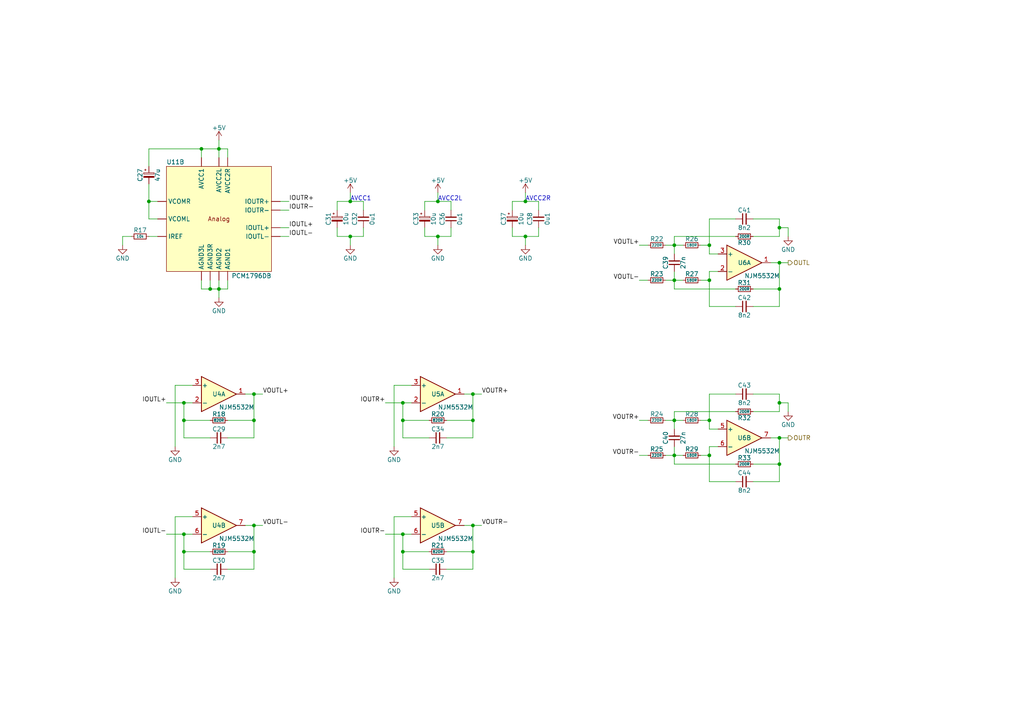
<source format=kicad_sch>
(kicad_sch (version 20211123) (generator eeschema)
  (paper "A4")
  (title_block (title "Headphone Amplifier + 24-bit -120dBm DAC") (rev "R2") (company "Rachel Mant") (comment 2 "Diff to Single Ended Converter") (comment 3 "I/V Converter") (comment 4 "DAC (Analog Part)"))
  (lib_symbols
    (symbol "Amplifier_Operational:NJM5532" (pin_names (offset 0.127))
      (property "Reference" "U" (at 0 5.08 0))
      (property "Value" "NJM5532" (at 0 -5.08 0))
      (symbol "NJM5532_1_1"
        (polyline (pts (xy -5.08 5.08) (xy 5.08 0) (xy -5.08 -5.08) (xy -5.08 5.08)) (stroke (width 0.254)) (fill (type background)))
        (pin output line (at 7.62 0 180) (length 2.54) (name "~") (number "1"))
        (pin input line (at -7.62 -2.54 0) (length 2.54) (name "-") (number "2"))
        (pin input line (at -7.62 2.54 0) (length 2.54) (name "+") (number "3"))
      )
      (symbol "NJM5532_2_1"
        (polyline (pts (xy -5.08 5.08) (xy 5.08 0) (xy -5.08 -5.08) (xy -5.08 5.08)) (stroke (width 0.254)) (fill (type background)))
        (pin input line (at -7.62 2.54 0) (length 2.54) (name "+") (number "5"))
        (pin input line (at -7.62 -2.54 0) (length 2.54) (name "-") (number "6"))
        (pin output line (at 7.62 0 180) (length 2.54) (name "~") (number "7"))
      )
      (symbol "NJM5532_3_1"
        (pin power_in line (at -2.54 -7.62 90) (length 3.81) (name "V-") (number "4"))
        (pin power_in line (at -2.54 7.62 270) (length 3.81) (name "V+") (number "8"))
      )
    )
    (symbol "DX-MON:PCM1796DB" (pin_numbers hide)
      (property "Reference" "U" (at -15.24 16.51 0))
      (property "Value" "PCM1796DB" (at 15.24 -16.51 0))
      (symbol "PCM1796DB_1_0"
        (rectangle (start -15.24 15.24) (end 15.24 -15.24) (stroke (width 0.1524)) (fill (type background)))
        (text "Digital" (at 0 0 0) (effects (font (size 1.27 1.27))))
      )
      (symbol "PCM1796DB_1_1"
        (pin bidirectional line (at -17.78 12.7 0) (length 2.54) (name "ZEROL") (number "1"))
        (pin bidirectional line (at 17.78 7.62 180) (length 2.54) (name "~{MS}") (number "10"))
        (pin input line (at 17.78 0 180) (length 2.54) (name "MDI") (number "11"))
        (pin input clock (at 17.78 2.54 180) (length 2.54) (name "MCLK") (number "12"))
        (pin output line (at 17.78 -2.54 180) (length 2.54) (name "MDO") (number "13"))
        (pin input inverted (at -17.78 -12.7 0) (length 2.54) (name "~{RST}") (number "14"))
        (pin bidirectional line (at -17.78 10.16 0) (length 2.54) (name "ZEROR") (number "2"))
        (pin input line (at -17.78 -10.16 0) (length 2.54) (name "MSEL") (number "3"))
        (pin input clock (at -17.78 -2.54 0) (length 2.54) (name "LRCLK") (number "4"))
        (pin input line (at -17.78 -5.08 0) (length 2.54) (name "DATA") (number "5"))
        (pin input clock (at -17.78 0 0) (length 2.54) (name "BCLK") (number "6"))
        (pin input clock (at -17.78 5.08 0) (length 2.54) (name "SCLK") (number "7"))
        (pin power_in line (at 0 -17.78 90) (length 2.54) (name "DGND") (number "8"))
        (pin power_in line (at 0 17.78 270) (length 2.54) (name "VDD") (number "9"))
      )
      (symbol "PCM1796DB_2_0"
        (rectangle (start -15.24 15.24) (end 15.24 -15.24) (stroke (width 0.1524)) (fill (type background)))
        (text "Analog" (at 0 0 0) (effects (font (size 1.27 1.27))))
      )
      (symbol "PCM1796DB_2_1"
        (pin power_in line (at 2.54 17.78 270) (length 2.54) (name "AVCC2R") (number "15"))
        (pin power_in line (at -2.54 -17.78 90) (length 2.54) (name "AGND3R") (number "16"))
        (pin output line (at 17.78 5.08 180) (length 2.54) (name "IOUTR+") (number "17"))
        (pin output line (at 17.78 2.54 180) (length 2.54) (name "IOUTR-") (number "18"))
        (pin power_in line (at 2.54 -17.78 90) (length 2.54) (name "AGND1") (number "19"))
        (pin input line (at -17.78 -5.08 0) (length 2.54) (name "IREF") (number "20"))
        (pin input line (at -17.78 5.08 0) (length 2.54) (name "VCOMR") (number "21"))
        (pin input line (at -17.78 0 0) (length 2.54) (name "VCOML") (number "22"))
        (pin power_in line (at -5.08 17.78 270) (length 2.54) (name "AVCC1") (number "23"))
        (pin power_in line (at 0 -17.78 90) (length 2.54) (name "AGND2") (number "24"))
        (pin output line (at 17.78 -2.54 180) (length 2.54) (name "IOUTL+") (number "25"))
        (pin output line (at 17.78 -5.08 180) (length 2.54) (name "IOUTL-") (number "26"))
        (pin power_in line (at -5.08 -17.78 90) (length 2.54) (name "AGND3L") (number "27"))
        (pin power_in line (at 0 17.78 270) (length 2.54) (name "AVCC2L") (number "28"))
      )
    )
    (symbol "Device:C_Polarized_Small" (pin_numbers hide) (pin_names (offset 0.254) hide)
      (property "Reference" "C" (at 0.254 1.778 0))
      (property "Value" "C_Polarized_Small" (at 0.254 -2.032 0))
      (symbol "C_Polarized_Small_0_1"
        (rectangle (start -1.524 -0.3048) (end 1.524 -0.6858) (fill (type outline)))
        (rectangle (start -1.524 0.6858) (end 1.524 0.3048))
        (polyline (pts (xy -1.27 1.524) (xy -0.762 1.524)))
        (polyline (pts (xy -1.016 1.27) (xy -1.016 1.778)))
      )
      (symbol "C_Polarized_Small_1_1"
        (pin passive line (at 0 2.54 270) (length 1.8542) (name "~") (number "1"))
        (pin passive line (at 0 -2.54 90) (length 1.8542) (name "~") (number "2"))
      )
    )
    (symbol "Device:C_Small" (pin_numbers hide) (pin_names (offset 0.254) hide)
      (property "Reference" "C" (at 0.254 1.778 0))
      (property "Value" "C_Small" (at 0.254 -2.032 0))
      (symbol "C_Small_0_1"
        (polyline (pts (xy -1.524 -0.508) (xy 1.524 -0.508)) (stroke (width 0.3302)))
        (polyline (pts (xy -1.524 0.508) (xy 1.524 0.508)) (stroke (width 0.3048)))
      )
      (symbol "C_Small_1_1"
        (pin passive line (at 0 2.54 270) (length 2.032) (name "~") (number "1"))
        (pin passive line (at 0 -2.54 90) (length 2.032) (name "~") (number "2"))
      )
    )
    (symbol "Device:R_Small" (pin_numbers hide) (pin_names (offset 0.254) hide)
      (property "Reference" "R" (at 0.762 0.508 0))
      (property "Value" "R_Small" (at 0.762 -1.016 0))
      (symbol "R_Small_0_1"
        (rectangle (start -0.762 1.778) (end 0.762 -1.778) (stroke (width 0.2032)))
      )
      (symbol "R_Small_1_1"
        (pin passive line (at 0 2.54 270) (length 0.762) (name "~") (number "1"))
        (pin passive line (at 0 -2.54 90) (length 0.762) (name "~") (number "2"))
      )
    )
    (symbol "power:+5V" (power) (pin_names (offset 0))
      (property "Value" "+5V" (at 0 3.556 0))
      (symbol "+5V_0_1"
        (polyline (pts (xy -0.762 1.27) (xy 0 2.54)))
        (polyline (pts (xy 0 0) (xy 0 2.54)))
        (polyline (pts (xy 0 2.54) (xy 0.762 1.27)))
      )
      (symbol "+5V_1_1"
        (pin power_in line (at 0 0 90) (length 0) hide (name "+5V") (number "1"))
      )
    )
    (symbol "power:GND" (power) (pin_names (offset 0))
      (property "Value" "GND" (at 0 -3.81 0))
      (symbol "GND_0_1"
        (polyline (pts (xy 0 0) (xy 0 -1.27) (xy 1.27 -1.27) (xy 0 -2.54) (xy -1.27 -1.27) (xy 0 -1.27)))
      )
      (symbol "GND_1_1"
        (pin power_in line (at 0 0 270) (length 0) hide (name "GND") (number "1"))
      )
    )
  )
  (junction (at 73.66 160.02))
  (junction (at 226.06 76.2))
  (junction (at 127 68.58))
  (junction (at 53.34 121.92))
  (junction (at 101.6 68.58))
  (junction (at 195.58 71.12))
  (junction (at 205.74 121.92))
  (junction (at 137.16 114.3))
  (junction (at 137.16 121.92))
  (junction (at 195.58 132.08))
  (junction (at 127 58.42))
  (junction (at 137.16 152.4))
  (junction (at 63.5 43.18))
  (junction (at 152.4 58.42))
  (junction (at 53.34 116.84))
  (junction (at 152.4 68.58))
  (junction (at 53.34 154.94))
  (junction (at 116.84 116.84))
  (junction (at 226.06 116.84))
  (junction (at 205.74 81.28))
  (junction (at 60.96 83.82))
  (junction (at 205.74 132.08))
  (junction (at 226.06 134.62))
  (junction (at 101.6 58.42))
  (junction (at 226.06 127))
  (junction (at 116.84 160.02))
  (junction (at 116.84 121.92))
  (junction (at 205.74 71.12))
  (junction (at 53.34 160.02))
  (junction (at 226.06 83.82))
  (junction (at 63.5 83.82))
  (junction (at 58.42 43.18))
  (junction (at 137.16 160.02))
  (junction (at 195.58 81.28))
  (junction (at 73.66 152.4))
  (junction (at 116.84 154.94))
  (junction (at 195.58 121.92))
  (junction (at 73.66 121.92))
  (junction (at 43.18 58.42))
  (junction (at 226.06 66.04))
  (junction (at 73.66 114.3))
  (wire (pts (xy 66.04 43.18) (xy 66.04 45.72)))
  (wire (pts (xy 208.28 78.74) (xy 205.74 78.74)))
  (wire (pts (xy 101.6 55.88) (xy 101.6 58.42)))
  (wire (pts (xy 119.38 154.94) (xy 116.84 154.94)))
  (wire (pts (xy 193.04 81.28) (xy 195.58 81.28)))
  (wire (pts (xy 43.18 58.42) (xy 43.18 63.5)))
  (wire (pts (xy 205.74 129.54) (xy 205.74 132.08)))
  (wire (pts (xy 66.04 43.18) (xy 63.5 43.18)))
  (wire (pts (xy 83.82 60.96) (xy 81.28 60.96)))
  (wire (pts (xy 43.18 58.42) (xy 43.18 53.34)))
  (wire (pts (xy 66.04 160.02) (xy 73.66 160.02)))
  (wire (pts (xy 66.04 165.1) (xy 73.66 165.1)))
  (wire (pts (xy 114.3 167.64) (xy 114.3 149.86)))
  (wire (pts (xy 213.36 68.58) (xy 195.58 68.58)))
  (wire (pts (xy 116.84 127) (xy 116.84 121.92)))
  (wire (pts (xy 185.42 81.28) (xy 187.96 81.28)))
  (wire (pts (xy 130.81 60.96) (xy 130.81 58.42)))
  (wire (pts (xy 60.96 81.28) (xy 60.96 83.82)))
  (wire (pts (xy 105.41 60.96) (xy 105.41 58.42)))
  (wire (pts (xy 193.04 132.08) (xy 195.58 132.08)))
  (wire (pts (xy 73.66 127) (xy 73.66 121.92)))
  (wire (pts (xy 226.06 119.38) (xy 218.44 119.38)))
  (wire (pts (xy 195.58 119.38) (xy 195.58 121.92)))
  (wire (pts (xy 60.96 165.1) (xy 53.34 165.1)))
  (wire (pts (xy 226.06 127) (xy 228.6 127)))
  (wire (pts (xy 76.2 114.3) (xy 73.66 114.3)))
  (wire (pts (xy 205.74 81.28) (xy 205.74 88.9)))
  (wire (pts (xy 53.34 116.84) (xy 53.34 121.92)))
  (wire (pts (xy 205.74 63.5) (xy 205.74 71.12)))
  (wire (pts (xy 226.06 116.84) (xy 226.06 119.38)))
  (wire (pts (xy 152.4 55.88) (xy 152.4 58.42)))
  (wire (pts (xy 124.46 127) (xy 116.84 127)))
  (wire (pts (xy 53.34 154.94) (xy 53.34 160.02)))
  (wire (pts (xy 53.34 127) (xy 53.34 121.92)))
  (wire (pts (xy 123.19 58.42) (xy 127 58.42)))
  (wire (pts (xy 66.04 121.92) (xy 73.66 121.92)))
  (wire (pts (xy 137.16 114.3) (xy 134.62 114.3)))
  (wire (pts (xy 53.34 160.02) (xy 60.96 160.02)))
  (wire (pts (xy 58.42 83.82) (xy 60.96 83.82)))
  (wire (pts (xy 58.42 81.28) (xy 58.42 83.82)))
  (wire (pts (xy 205.74 124.46) (xy 208.28 124.46)))
  (wire (pts (xy 223.52 76.2) (xy 226.06 76.2)))
  (wire (pts (xy 123.19 68.58) (xy 127 68.58)))
  (wire (pts (xy 58.42 45.72) (xy 58.42 43.18)))
  (wire (pts (xy 111.76 116.84) (xy 116.84 116.84)))
  (wire (pts (xy 116.84 165.1) (xy 116.84 160.02)))
  (wire (pts (xy 218.44 114.3) (xy 226.06 114.3)))
  (wire (pts (xy 226.06 76.2) (xy 226.06 83.82)))
  (wire (pts (xy 205.74 132.08) (xy 205.74 139.7)))
  (wire (pts (xy 116.84 154.94) (xy 116.84 160.02)))
  (wire (pts (xy 205.74 114.3) (xy 205.74 121.92)))
  (wire (pts (xy 213.36 114.3) (xy 205.74 114.3)))
  (wire (pts (xy 105.41 68.58) (xy 105.41 66.04)))
  (wire (pts (xy 101.6 68.58) (xy 105.41 68.58)))
  (wire (pts (xy 127 58.42) (xy 130.81 58.42)))
  (wire (pts (xy 198.12 81.28) (xy 195.58 81.28)))
  (wire (pts (xy 185.42 121.92) (xy 187.96 121.92)))
  (wire (pts (xy 152.4 71.12) (xy 152.4 68.58)))
  (wire (pts (xy 152.4 68.58) (xy 156.21 68.58)))
  (wire (pts (xy 97.79 58.42) (xy 101.6 58.42)))
  (wire (pts (xy 101.6 71.12) (xy 101.6 68.58)))
  (wire (pts (xy 35.56 71.12) (xy 35.56 68.58)))
  (wire (pts (xy 193.04 121.92) (xy 195.58 121.92)))
  (wire (pts (xy 63.5 43.18) (xy 63.5 40.64)))
  (wire (pts (xy 119.38 149.86) (xy 114.3 149.86)))
  (wire (pts (xy 63.5 43.18) (xy 58.42 43.18)))
  (wire (pts (xy 129.54 127) (xy 137.16 127)))
  (wire (pts (xy 48.26 116.84) (xy 53.34 116.84)))
  (wire (pts (xy 116.84 121.92) (xy 124.46 121.92)))
  (wire (pts (xy 228.6 68.58) (xy 228.6 66.04)))
  (wire (pts (xy 73.66 152.4) (xy 71.12 152.4)))
  (wire (pts (xy 55.88 116.84) (xy 53.34 116.84)))
  (wire (pts (xy 205.74 132.08) (xy 203.2 132.08)))
  (wire (pts (xy 50.8 167.64) (xy 50.8 149.86)))
  (wire (pts (xy 119.38 116.84) (xy 116.84 116.84)))
  (wire (pts (xy 226.06 88.9) (xy 226.06 83.82)))
  (wire (pts (xy 193.04 71.12) (xy 195.58 71.12)))
  (wire (pts (xy 139.7 114.3) (xy 137.16 114.3)))
  (wire (pts (xy 35.56 68.58) (xy 38.1 68.58)))
  (wire (pts (xy 152.4 58.42) (xy 156.21 58.42)))
  (wire (pts (xy 129.54 165.1) (xy 137.16 165.1)))
  (wire (pts (xy 226.06 127) (xy 226.06 134.62)))
  (wire (pts (xy 205.74 73.66) (xy 208.28 73.66)))
  (wire (pts (xy 226.06 66.04) (xy 226.06 68.58)))
  (wire (pts (xy 66.04 127) (xy 73.66 127)))
  (wire (pts (xy 195.58 68.58) (xy 195.58 71.12)))
  (wire (pts (xy 185.42 132.08) (xy 187.96 132.08)))
  (wire (pts (xy 218.44 63.5) (xy 226.06 63.5)))
  (wire (pts (xy 213.36 88.9) (xy 205.74 88.9)))
  (wire (pts (xy 123.19 58.42) (xy 123.19 60.96)))
  (wire (pts (xy 63.5 81.28) (xy 63.5 83.82)))
  (wire (pts (xy 97.79 68.58) (xy 101.6 68.58)))
  (wire (pts (xy 195.58 132.08) (xy 195.58 129.54)))
  (wire (pts (xy 73.66 121.92) (xy 73.66 114.3)))
  (wire (pts (xy 101.6 58.42) (xy 105.41 58.42)))
  (wire (pts (xy 185.42 71.12) (xy 187.96 71.12)))
  (wire (pts (xy 228.6 66.04) (xy 226.06 66.04)))
  (wire (pts (xy 226.06 114.3) (xy 226.06 116.84)))
  (wire (pts (xy 223.52 127) (xy 226.06 127)))
  (wire (pts (xy 226.06 134.62) (xy 218.44 134.62)))
  (wire (pts (xy 203.2 71.12) (xy 205.74 71.12)))
  (wire (pts (xy 198.12 132.08) (xy 195.58 132.08)))
  (wire (pts (xy 63.5 45.72) (xy 63.5 43.18)))
  (wire (pts (xy 148.59 58.42) (xy 148.59 60.96)))
  (wire (pts (xy 226.06 63.5) (xy 226.06 66.04)))
  (wire (pts (xy 205.74 78.74) (xy 205.74 81.28)))
  (wire (pts (xy 73.66 114.3) (xy 71.12 114.3)))
  (wire (pts (xy 66.04 81.28) (xy 66.04 83.82)))
  (wire (pts (xy 137.16 121.92) (xy 137.16 114.3)))
  (wire (pts (xy 73.66 160.02) (xy 73.66 152.4)))
  (wire (pts (xy 213.36 134.62) (xy 195.58 134.62)))
  (wire (pts (xy 148.59 58.42) (xy 152.4 58.42)))
  (wire (pts (xy 228.6 116.84) (xy 226.06 116.84)))
  (wire (pts (xy 148.59 66.04) (xy 148.59 68.58)))
  (wire (pts (xy 226.06 139.7) (xy 226.06 134.62)))
  (wire (pts (xy 43.18 68.58) (xy 45.72 68.58)))
  (wire (pts (xy 43.18 58.42) (xy 45.72 58.42)))
  (wire (pts (xy 60.96 83.82) (xy 63.5 83.82)))
  (wire (pts (xy 127 55.88) (xy 127 58.42)))
  (wire (pts (xy 50.8 149.86) (xy 55.88 149.86)))
  (wire (pts (xy 213.36 83.82) (xy 195.58 83.82)))
  (wire (pts (xy 116.84 160.02) (xy 124.46 160.02)))
  (wire (pts (xy 43.18 43.18) (xy 58.42 43.18)))
  (wire (pts (xy 97.79 58.42) (xy 97.79 60.96)))
  (wire (pts (xy 137.16 127) (xy 137.16 121.92)))
  (wire (pts (xy 81.28 58.42) (xy 83.82 58.42)))
  (wire (pts (xy 226.06 68.58) (xy 218.44 68.58)))
  (wire (pts (xy 208.28 129.54) (xy 205.74 129.54)))
  (wire (pts (xy 213.36 139.7) (xy 205.74 139.7)))
  (wire (pts (xy 195.58 121.92) (xy 195.58 124.46)))
  (wire (pts (xy 111.76 154.94) (xy 116.84 154.94)))
  (wire (pts (xy 148.59 68.58) (xy 152.4 68.58)))
  (wire (pts (xy 97.79 66.04) (xy 97.79 68.58)))
  (wire (pts (xy 195.58 71.12) (xy 195.58 73.66)))
  (wire (pts (xy 137.16 152.4) (xy 134.62 152.4)))
  (wire (pts (xy 156.21 68.58) (xy 156.21 66.04)))
  (wire (pts (xy 83.82 66.04) (xy 81.28 66.04)))
  (wire (pts (xy 198.12 71.12) (xy 195.58 71.12)))
  (wire (pts (xy 226.06 76.2) (xy 228.6 76.2)))
  (wire (pts (xy 156.21 60.96) (xy 156.21 58.42)))
  (wire (pts (xy 226.06 83.82) (xy 218.44 83.82)))
  (wire (pts (xy 63.5 83.82) (xy 63.5 86.36)))
  (wire (pts (xy 76.2 152.4) (xy 73.66 152.4)))
  (wire (pts (xy 45.72 63.5) (xy 43.18 63.5)))
  (wire (pts (xy 198.12 121.92) (xy 195.58 121.92)))
  (wire (pts (xy 218.44 139.7) (xy 226.06 139.7)))
  (wire (pts (xy 129.54 121.92) (xy 137.16 121.92)))
  (wire (pts (xy 203.2 121.92) (xy 205.74 121.92)))
  (wire (pts (xy 73.66 165.1) (xy 73.66 160.02)))
  (wire (pts (xy 119.38 111.76) (xy 114.3 111.76)))
  (wire (pts (xy 137.16 160.02) (xy 137.16 152.4)))
  (wire (pts (xy 228.6 119.38) (xy 228.6 116.84)))
  (wire (pts (xy 50.8 111.76) (xy 55.88 111.76)))
  (wire (pts (xy 195.58 81.28) (xy 195.58 78.74)))
  (wire (pts (xy 205.74 121.92) (xy 205.74 124.46)))
  (wire (pts (xy 53.34 121.92) (xy 60.96 121.92)))
  (wire (pts (xy 213.36 119.38) (xy 195.58 119.38)))
  (wire (pts (xy 205.74 81.28) (xy 203.2 81.28)))
  (wire (pts (xy 195.58 134.62) (xy 195.58 132.08)))
  (wire (pts (xy 55.88 154.94) (xy 53.34 154.94)))
  (wire (pts (xy 116.84 116.84) (xy 116.84 121.92)))
  (wire (pts (xy 195.58 83.82) (xy 195.58 81.28)))
  (wire (pts (xy 127 68.58) (xy 130.81 68.58)))
  (wire (pts (xy 48.26 154.94) (xy 53.34 154.94)))
  (wire (pts (xy 139.7 152.4) (xy 137.16 152.4)))
  (wire (pts (xy 66.04 83.82) (xy 63.5 83.82)))
  (wire (pts (xy 205.74 71.12) (xy 205.74 73.66)))
  (wire (pts (xy 114.3 129.54) (xy 114.3 111.76)))
  (wire (pts (xy 137.16 165.1) (xy 137.16 160.02)))
  (wire (pts (xy 50.8 129.54) (xy 50.8 111.76)))
  (wire (pts (xy 43.18 48.26) (xy 43.18 43.18)))
  (wire (pts (xy 213.36 63.5) (xy 205.74 63.5)))
  (wire (pts (xy 60.96 127) (xy 53.34 127)))
  (wire (pts (xy 81.28 68.58) (xy 83.82 68.58)))
  (wire (pts (xy 218.44 88.9) (xy 226.06 88.9)))
  (wire (pts (xy 130.81 68.58) (xy 130.81 66.04)))
  (wire (pts (xy 127 71.12) (xy 127 68.58)))
  (wire (pts (xy 129.54 160.02) (xy 137.16 160.02)))
  (wire (pts (xy 53.34 165.1) (xy 53.34 160.02)))
  (wire (pts (xy 124.46 165.1) (xy 116.84 165.1)))
  (wire (pts (xy 123.19 66.04) (xy 123.19 68.58)))
  (text "AVCC2R" (at 152.4 58.42 0) (effects (font (size 1.27 1.27)) (justify left bottom)))
  (text "AVCC1" (at 101.6 58.42 0) (effects (font (size 1.27 1.27)) (justify left bottom)))
  (text "AVCC2L" (at 127 58.42 0) (effects (font (size 1.27 1.27)) (justify left bottom)))
  (label "VOUTL+" (at 76.2 114.3 0))
  (label "IOUTL-" (at 83.82 68.58 0))
  (label "IOUTL-" (at 48.26 154.94 180))
  (label "IOUTL+" (at 83.82 66.04 0))
  (label "IOUTL+" (at 48.26 116.84 180))
  (label "IOUTR+" (at 83.82 58.42 0))
  (label "VOUTL-" (at 76.2 152.4 0))
  (label "VOUTR-" (at 185.42 132.08 180))
  (label "VOUTL-" (at 185.42 81.28 180))
  (label "IOUTR-" (at 111.76 154.94 180))
  (label "VOUTR+" (at 139.7 114.3 0))
  (label "IOUTR-" (at 83.82 60.96 0))
  (label "VOUTL+" (at 185.42 71.12 180))
  (label "VOUTR+" (at 185.42 121.92 180))
  (label "VOUTR-" (at 139.7 152.4 0))
  (label "IOUTR+" (at 111.76 116.84 180))
  (hierarchical_label "OUTR" (shape output) (at 228.6 127 0))
  (hierarchical_label "OUTL" (shape output) (at 228.6 76.2 0))
  (symbol (lib_id "Device:R_Small") (at 63.5 121.92 90) (unit 1)
    (property "Reference" "R18" (at 63.5 119.38 90) (effects (justify bottom)))
    (property "Value" "820R" (at 63.5 121.92 90) (effects (font (size 0.762 0.762))))
    (property "Footprint" "rhais_rcl:R0603" (effects hide))
    (property "Datasheet" "https://www.koaspeer.com/pdfs/RN73H.pdf" (effects hide))
    (property "MFR" "KOA Speer" (effects hide))
    (property "MPN" "RN73H1JTTD8200F100" (effects hide))
    (property "OC_MOUSER" "660-RN73H1JT8200F100" (effects hide))
    (property "URL_MOUSER" "https://www.mouser.com/ProductDetail/?qs=Tw8F%252BABiY2qoMIkOXmv86A%3D%3D" (effects hide))
  )
  (symbol (lib_id "Device:C_Polarized_Small") (at 43.18 50.8 0) (unit 1)
    (property "Reference" "C27" (at 40.64 50.8 90))
    (property "Value" "47u" (at 45.72 50.8 90))
    (property "Footprint" "rhais_rcl:CP_EIA-3528-21_B" (effects hide))
    (property "Datasheet" "https://www.vishay.com/docs/40002/293d.pdf" (effects hide))
    (property "MFR" "Vishay Sprague" (effects hide))
    (property "MPN" "293D476X9010B2TE3" (effects hide))
    (property "OC_DIGIKEY" "718-1153-1-ND" (effects hide))
    (property "URL_DIGIKEY" "https://www.digikey.com/en/products/detail/vishay-sprague/293D476X9010B2TE3/1559505" (effects hide))
  )
  (symbol (lib_id "Device:R_Small") (at 215.9 134.62 270) (mirror x) (unit 1)
    (property "Reference" "R33" (at 215.9 132.08 90) (effects (justify bottom)))
    (property "Value" "200R" (at 215.9 134.62 90) (effects (font (size 0.762 0.762))))
    (property "Footprint" "rhais_rcl:R0603" (effects hide))
    (property "Datasheet" "https://www.koaspeer.com/pdfs/RN73H.pdf" (effects hide))
    (property "OC_DIGIKEY" "2019-RN73H1JTTD2000B25CT-ND" (effects hide))
    (property "MFR" "KOA Speer" (effects hide))
    (property "MPN" "RN73H1JTTD2000B25" (effects hide))
    (property "URL_DIGIKEY" "https://www.digikey.com/en/products/detail/koa-speer-electronics-inc/RN73H1JTTD2000B25/10685766" (effects hide))
  )
  (symbol (lib_id "Device:R_Small") (at 200.66 71.12 270) (mirror x) (unit 1)
    (property "Reference" "R26" (at 200.66 68.58 90) (effects (justify bottom)))
    (property "Value" "180R" (at 200.66 71.12 90) (effects (font (size 0.762 0.762))))
    (property "Footprint" "rhais_rcl:R0603" (effects hide))
    (property "Datasheet" "https://www.koaspeer.com/pdfs/RN73H.pdf" (effects hide))
    (property "MFR" "KOA Speer" (effects hide))
    (property "MPN" "RN73H1JTTD1800F100" (effects hide))
    (property "OC_DIGIKEY" "2019-RN73H1JTTD1800F100CT-ND" (effects hide))
    (property "URL_DIGIKEY" "https://www.digikey.com/en/products/detail/koa-speer-electronics-inc/RN73H1JTTD1800F100/10681810" (effects hide))
  )
  (symbol (lib_id "power:GND") (at 114.3 167.64 0) (unit 1)
    (property "Reference" "#PWR048" (effects hide))
    (property "Value" "GND" (at 114.3 171.45 0))
  )
  (symbol (lib_id "Amplifier_Operational:NJM5532") (at 63.5 114.3 0) (unit 1)
    (property "Reference" "U4" (at 63.5 114.3 0))
    (property "Value" "NJM5532M" (at 63.5 118.11 0) (effects (justify left)))
    (property "Footprint" "rhais_package-smd:SO-8_5.3x5.3mm_P1.27mm" (effects hide))
    (property "Datasheet" "http://www.njr.com/semicon/PDF/NJM5532_E.pdf" (effects hide))
    (property "MFR" "New Japan Radio Co" (effects hide))
    (property "MPN" "NJM5532M" (effects hide))
    (property "OC_DIGIKEY" "NJM5532M-ND" (effects hide))
    (property "URL_DIGIKEY" "https://www.digikey.com/en/products/detail/NJM5532M/NJM5532M-ND/805753" (effects hide))
  )
  (symbol (lib_id "Device:C_Polarized_Small") (at 123.19 63.5 0) (unit 1)
    (property "Reference" "C33" (at 120.65 63.5 90))
    (property "Value" "10u" (at 125.73 63.5 90))
    (property "Footprint" "rhais_rcl:CP_EIA-3216-18_A" (effects hide))
    (property "Datasheet" "https://www.vishay.com/docs/40002/293d.pdf" (effects hide))
    (property "MFR" "Vishay Sprague" (effects hide))
    (property "MPN" "293D106X0016A2TE3" (effects hide))
    (property "OC_DIGIKEY" "718-1956-1-ND" (effects hide))
    (property "URL_DIGIKEY" "https://www.digikey.com/en/products/detail/vishay-sprague/293D106X0016A2TE3/1578608" (effects hide))
  )
  (symbol (lib_id "power:GND") (at 114.3 129.54 0) (unit 1)
    (property "Reference" "#PWR047" (effects hide))
    (property "Value" "GND" (at 114.3 133.35 0))
  )
  (symbol (lib_id "power:GND") (at 50.8 167.64 0) (unit 1)
    (property "Reference" "#PWR043" (effects hide))
    (property "Value" "GND" (at 50.8 171.45 0))
  )
  (symbol (lib_id "DX-MON:PCM1796DB") (at 63.5 63.5 0) (unit 2)
    (property "Reference" "U11" (at 48.26 46.99 0) (effects (justify left)))
    (property "Value" "PCM1796DB" (at 78.74 80.01 0) (effects (justify right)))
    (property "Footprint" "DX-MON:SSOP-28_5.3x10.2mm_P0.65mm" (effects hide))
    (property "Datasheet" "https://www.ti.com/lit/ds/symlink/pcm1796.pdf" (effects hide))
    (property "MFR" "Texas Instruments" (effects hide))
    (property "MPN" "PCM1796DB" (effects hide))
    (property "OC_FARNELL" "3118703" (effects hide))
    (property "URL_FARNELL" "https://uk.farnell.com/texas-instruments/pcm1796db/dac-24bit-192ksps-ssop-28/dp/3118703" (effects hide))
    (property "OC_DIGIKEY" "296-18510-5-ND" (effects hide))
    (property "URL_DIGIKEY" "https://www.digikey.com/en/products/detail/texas-instruments/PCM1796DB/809793" (effects hide))
  )
  (symbol (lib_id "Device:R_Small") (at 215.9 83.82 270) (mirror x) (unit 1)
    (property "Reference" "R31" (at 215.9 81.28 90) (effects (justify bottom)))
    (property "Value" "200R" (at 215.9 83.82 90) (effects (font (size 0.762 0.762))))
    (property "Footprint" "rhais_rcl:R0603" (effects hide))
    (property "Datasheet" "https://www.koaspeer.com/pdfs/RN73H.pdf" (effects hide))
    (property "OC_DIGIKEY" "2019-RN73H1JTTD2000B25CT-ND" (effects hide))
    (property "MFR" "KOA Speer" (effects hide))
    (property "MPN" "RN73H1JTTD2000B25" (effects hide))
    (property "URL_DIGIKEY" "https://www.digikey.com/en/products/detail/koa-speer-electronics-inc/RN73H1JTTD2000B25/10685766" (effects hide))
  )
  (symbol (lib_id "power:+5V") (at 152.4 55.88 0) (unit 1)
    (property "Reference" "#PWR051" (effects hide))
    (property "Value" "+5V" (at 152.4 52.324 0))
  )
  (symbol (lib_id "Device:R_Small") (at 200.66 121.92 270) (mirror x) (unit 1)
    (property "Reference" "R28" (at 200.66 119.38 90) (effects (justify bottom)))
    (property "Value" "180R" (at 200.66 121.92 90) (effects (font (size 0.762 0.762))))
    (property "Footprint" "rhais_rcl:R0603" (effects hide))
    (property "Datasheet" "https://www.koaspeer.com/pdfs/RN73H.pdf" (effects hide))
    (property "MFR" "KOA Speer" (effects hide))
    (property "MPN" "RN73H1JTTD1800F100" (effects hide))
    (property "OC_DIGIKEY" "2019-RN73H1JTTD1800F100CT-ND" (effects hide))
    (property "URL_DIGIKEY" "https://www.digikey.com/en/products/detail/koa-speer-electronics-inc/RN73H1JTTD1800F100/10681810" (effects hide))
  )
  (symbol (lib_id "power:GND") (at 152.4 71.12 0) (unit 1)
    (property "Reference" "#PWR0102" (effects hide))
    (property "Value" "GND" (at 152.4 74.93 0))
  )
  (symbol (lib_id "power:GND") (at 63.5 86.36 0) (unit 1)
    (property "Reference" "#PWR041" (effects hide))
    (property "Value" "GND" (at 63.5 90.17 0))
  )
  (symbol (lib_id "Device:C_Small") (at 105.41 63.5 180) (unit 1)
    (property "Reference" "C32" (at 102.87 63.5 90))
    (property "Value" "0u1" (at 107.95 63.5 90))
    (property "Footprint" "rhais_rcl:C1210" (effects hide))
    (property "Datasheet" "https://industrial.panasonic.com/cdbs/www-data/pdf/RDI0000/ABD0000C173.pdf" (effects hide))
    (property "MFR" "Panasonic" (effects hide))
    (property "MPN" "ECH-U1C104GX5" (effects hide))
    (property "OC_DIGIKEY" "PCF1189CT-ND" (effects hide))
    (property "URL_DIGIKEY" "https://www.digikey.com/en/products/detail/panasonic-electronic-components/ECH-U1C104GX5/353638" (effects hide))
  )
  (symbol (lib_id "Device:R_Small") (at 215.9 119.38 270) (unit 1)
    (property "Reference" "R32" (at 215.9 121.92 90) (effects (justify bottom)))
    (property "Value" "200R" (at 215.9 119.38 90) (effects (font (size 0.762 0.762))))
    (property "Footprint" "rhais_rcl:R0603" (effects hide))
    (property "Datasheet" "https://www.koaspeer.com/pdfs/RN73H.pdf" (effects hide))
    (property "OC_DIGIKEY" "2019-RN73H1JTTD2000B25CT-ND" (effects hide))
    (property "MFR" "KOA Speer" (effects hide))
    (property "MPN" "RN73H1JTTD2000B25" (effects hide))
    (property "URL_DIGIKEY" "https://www.digikey.com/en/products/detail/koa-speer-electronics-inc/RN73H1JTTD2000B25/10685766" (effects hide))
  )
  (symbol (lib_id "Device:C_Polarized_Small") (at 97.79 63.5 0) (unit 1)
    (property "Reference" "C31" (at 95.25 63.5 90))
    (property "Value" "10u" (at 100.33 63.5 90))
    (property "Footprint" "rhais_rcl:CP_EIA-3216-18_A" (effects hide))
    (property "Datasheet" "https://www.vishay.com/docs/40002/293d.pdf" (effects hide))
    (property "MFR" "Vishay Sprague" (effects hide))
    (property "MPN" "293D106X0016A2TE3" (effects hide))
    (property "OC_DIGIKEY" "718-1956-1-ND" (effects hide))
    (property "URL_DIGIKEY" "https://www.digikey.com/en/products/detail/vishay-sprague/293D106X0016A2TE3/1578608" (effects hide))
  )
  (symbol (lib_id "Device:R_Small") (at 200.66 132.08 270) (mirror x) (unit 1)
    (property "Reference" "R29" (at 200.66 129.54 90) (effects (justify bottom)))
    (property "Value" "180R" (at 200.66 132.08 90) (effects (font (size 0.762 0.762))))
    (property "Footprint" "rhais_rcl:R0603" (effects hide))
    (property "Datasheet" "https://www.koaspeer.com/pdfs/RN73H.pdf" (effects hide))
    (property "MFR" "KOA Speer" (effects hide))
    (property "MPN" "RN73H1JTTD1800F100" (effects hide))
    (property "OC_DIGIKEY" "2019-RN73H1JTTD1800F100CT-ND" (effects hide))
    (property "URL_DIGIKEY" "https://www.digikey.com/en/products/detail/koa-speer-electronics-inc/RN73H1JTTD1800F100/10681810" (effects hide))
  )
  (symbol (lib_id "Device:R_Small") (at 190.5 121.92 270) (mirror x) (unit 1)
    (property "Reference" "R24" (at 190.5 119.38 90) (effects (justify bottom)))
    (property "Value" "220R" (at 190.5 121.92 90) (effects (font (size 0.762 0.762))))
    (property "Footprint" "rhais_rcl:R0603" (effects hide))
    (property "Datasheet" "https://www.koaspeer.com/pdfs/RN73H.pdf" (effects hide))
    (property "MFR" "KOA Speer" (effects hide))
    (property "MPN" "RN73H1JTTD2200F100" (effects hide))
    (property "OC_DIGIKEY" "2019-RN73H1JTTD2200F100CT-ND" (effects hide))
    (property "URL_DIGIKEY" "https://www.digikey.com/en/products/detail/koa-speer-electronics-inc/RN73H1JTTD2200F100/10682590" (effects hide))
  )
  (symbol (lib_id "Device:C_Small") (at 195.58 127 180) (unit 1)
    (property "Reference" "C40" (at 193.04 127 90))
    (property "Value" "27n" (at 198.12 127 90))
    (property "Footprint" "rhais_rcl:C1206" (effects hide))
    (property "Datasheet" "https://industrial.panasonic.com/cdbs/www-data/pdf/RDI0000/ABD0000C173.pdf" (effects hide))
    (property "MFR" "Panasonic" (effects hide))
    (property "MPN" "ECH-U1C273GX5" (effects hide))
    (property "OC_DIGIKEY" "PCF1182CT-ND" (effects hide))
    (property "URL_DIGIKEY" "https://www.digikey.com/en/products/detail/panasonic-electronic-components/ECH-U1C273GX5/353631" (effects hide))
  )
  (symbol (lib_id "Device:R_Small") (at 127 160.02 90) (unit 1)
    (property "Reference" "R21" (at 127 157.48 90) (effects (justify bottom)))
    (property "Value" "820R" (at 127 160.02 90) (effects (font (size 0.762 0.762))))
    (property "Footprint" "rhais_rcl:R0603" (effects hide))
    (property "Datasheet" "https://www.koaspeer.com/pdfs/RN73H.pdf" (effects hide))
    (property "MFR" "KOA Speer" (effects hide))
    (property "MPN" "RN73H1JTTD8200F100" (effects hide))
    (property "OC_MOUSER" "660-RN73H1JT8200F100" (effects hide))
    (property "URL_MOUSER" "https://www.mouser.com/ProductDetail/?qs=Tw8F%252BABiY2qoMIkOXmv86A%3D%3D" (effects hide))
  )
  (symbol (lib_id "power:GND") (at 101.6 71.12 0) (unit 1)
    (property "Reference" "#PWR0103" (effects hide))
    (property "Value" "GND" (at 101.6 74.93 0))
  )
  (symbol (lib_id "Device:R_Small") (at 190.5 132.08 270) (mirror x) (unit 1)
    (property "Reference" "R25" (at 190.5 129.54 90) (effects (justify bottom)))
    (property "Value" "220R" (at 190.5 132.08 90) (effects (font (size 0.762 0.762))))
    (property "Footprint" "rhais_rcl:R0603" (effects hide))
    (property "Datasheet" "https://www.koaspeer.com/pdfs/RN73H.pdf" (effects hide))
    (property "MFR" "KOA Speer" (effects hide))
    (property "MPN" "RN73H1JTTD2200F100" (effects hide))
    (property "OC_DIGIKEY" "2019-RN73H1JTTD2200F100CT-ND" (effects hide))
    (property "URL_DIGIKEY" "https://www.digikey.com/en/products/detail/koa-speer-electronics-inc/RN73H1JTTD2200F100/10682590" (effects hide))
  )
  (symbol (lib_id "Device:R_Small") (at 190.5 71.12 270) (mirror x) (unit 1)
    (property "Reference" "R22" (at 190.5 68.58 90) (effects (justify bottom)))
    (property "Value" "220R" (at 190.5 71.12 90) (effects (font (size 0.762 0.762))))
    (property "Footprint" "rhais_rcl:R0603" (effects hide))
    (property "Datasheet" "https://www.koaspeer.com/pdfs/RN73H.pdf" (effects hide))
    (property "MFR" "KOA Speer" (effects hide))
    (property "MPN" "RN73H1JTTD2200F100" (effects hide))
    (property "OC_DIGIKEY" "2019-RN73H1JTTD2200F100CT-ND" (effects hide))
    (property "URL_DIGIKEY" "https://www.digikey.com/en/products/detail/koa-speer-electronics-inc/RN73H1JTTD2200F100/10682590" (effects hide))
  )
  (symbol (lib_id "power:GND") (at 127 71.12 0) (unit 1)
    (property "Reference" "#PWR0101" (effects hide))
    (property "Value" "GND" (at 127 74.93 0))
  )
  (symbol (lib_id "Amplifier_Operational:NJM5532") (at 215.9 127 0) (unit 2)
    (property "Reference" "U6" (at 215.9 127 0))
    (property "Value" "NJM5532M" (at 215.9 130.81 0) (effects (justify left)))
    (property "Footprint" "rhais_package-smd:SO-8_5.3x5.3mm_P1.27mm" (effects hide))
    (property "Datasheet" "http://www.njr.com/semicon/PDF/NJM5532_E.pdf" (effects hide))
    (property "MFR" "New Japan Radio Co" (effects hide))
    (property "MPN" "NJM5532M" (effects hide))
    (property "OC_DIGIKEY" "NJM5532M-ND" (effects hide))
    (property "URL_DIGIKEY" "https://www.digikey.com/en/products/detail/NJM5532M/NJM5532M-ND/805753" (effects hide))
  )
  (symbol (lib_id "Device:R_Small") (at 190.5 81.28 270) (mirror x) (unit 1)
    (property "Reference" "R23" (at 190.5 78.74 90) (effects (justify bottom)))
    (property "Value" "220R" (at 190.5 81.28 90) (effects (font (size 0.762 0.762))))
    (property "Footprint" "rhais_rcl:R0603" (effects hide))
    (property "Datasheet" "https://www.koaspeer.com/pdfs/RN73H.pdf" (effects hide))
    (property "MFR" "KOA Speer" (effects hide))
    (property "MPN" "RN73H1JTTD2200F100" (effects hide))
    (property "OC_DIGIKEY" "2019-RN73H1JTTD2200F100CT-ND" (effects hide))
    (property "URL_DIGIKEY" "https://www.digikey.com/en/products/detail/koa-speer-electronics-inc/RN73H1JTTD2200F100/10682590" (effects hide))
  )
  (symbol (lib_id "power:+5V") (at 63.5 40.64 0) (unit 1)
    (property "Reference" "#PWR0104" (effects hide))
    (property "Value" "+5V" (at 63.5 37.084 0))
  )
  (symbol (lib_id "Device:C_Small") (at 127 127 90) (unit 1)
    (property "Reference" "C34" (at 127 124.46 90))
    (property "Value" "2n7" (at 127 129.54 90))
    (property "Footprint" "rhais_rcl:C0603" (effects hide))
    (property "Datasheet" "https://industrial.panasonic.com/cdbs/www-data/pdf/RDI0000/ABD0000C173.pdf" (effects hide))
    (property "MFR" "Panasonic" (effects hide))
    (property "MPN" "ECH-U1C272GX5" (effects hide))
    (property "OC_DIGIKEY" "PCF1458CT-ND" (effects hide))
    (property "URL_DIGIKEY" "https://www.digikey.com/en/products/detail/panasonic-electronic-components/ECH-U1C272GX5/431637" (effects hide))
  )
  (symbol (lib_id "Device:C_Small") (at 215.9 63.5 90) (unit 1)
    (property "Reference" "C41" (at 215.9 60.96 90))
    (property "Value" "8n2" (at 215.9 66.04 90))
    (property "Footprint" "rhais_rcl:C0805" (effects hide))
    (property "Datasheet" "https://industrial.panasonic.com/cdbs/www-data/pdf/RDI0000/ABD0000C173.pdf" (effects hide))
    (property "MFR" "Panasonic" (effects hide))
    (property "MPN" "ECH-U1C822GX5" (effects hide))
    (property "OC_DIGIKEY" "PCF1176CT-ND" (effects hide))
    (property "URL_DIGIKEY" "https://www.digikey.com/en/products/detail/panasonic-electronic-components/ECH-U1C822GX5/353625" (effects hide))
  )
  (symbol (lib_id "Amplifier_Operational:NJM5532") (at 127 114.3 0) (unit 1)
    (property "Reference" "U5" (at 127 114.3 0))
    (property "Value" "NJM5532M" (at 127 118.11 0) (effects (justify left)))
    (property "Footprint" "rhais_package-smd:SO-8_5.3x5.3mm_P1.27mm" (effects hide))
    (property "Datasheet" "http://www.njr.com/semicon/PDF/NJM5532_E.pdf" (effects hide))
    (property "MFR" "New Japan Radio Co" (effects hide))
    (property "MPN" "NJM5532M" (effects hide))
    (property "OC_DIGIKEY" "NJM5532M-ND" (effects hide))
    (property "URL_DIGIKEY" "https://www.digikey.com/en/products/detail/NJM5532M/NJM5532M-ND/805753" (effects hide))
  )
  (symbol (lib_id "power:GND") (at 228.6 119.38 0) (unit 1)
    (property "Reference" "#PWR054" (effects hide))
    (property "Value" "GND" (at 228.6 123.19 0))
  )
  (symbol (lib_id "Device:C_Small") (at 215.9 114.3 90) (unit 1)
    (property "Reference" "C43" (at 215.9 111.76 90))
    (property "Value" "8n2" (at 215.9 116.84 90))
    (property "Footprint" "rhais_rcl:C0805" (effects hide))
    (property "Datasheet" "https://industrial.panasonic.com/cdbs/www-data/pdf/RDI0000/ABD0000C173.pdf" (effects hide))
    (property "MFR" "Panasonic" (effects hide))
    (property "MPN" "ECH-U1C822GX5" (effects hide))
    (property "OC_DIGIKEY" "PCF1176CT-ND" (effects hide))
    (property "URL_DIGIKEY" "https://www.digikey.com/en/products/detail/panasonic-electronic-components/ECH-U1C822GX5/353625" (effects hide))
  )
  (symbol (lib_id "power:GND") (at 50.8 129.54 0) (unit 1)
    (property "Reference" "#PWR042" (effects hide))
    (property "Value" "GND" (at 50.8 133.35 0))
  )
  (symbol (lib_id "Device:C_Small") (at 195.58 76.2 180) (unit 1)
    (property "Reference" "C39" (at 193.04 76.2 90))
    (property "Value" "27n" (at 198.12 76.2 90))
    (property "Footprint" "rhais_rcl:C1206" (effects hide))
    (property "Datasheet" "https://industrial.panasonic.com/cdbs/www-data/pdf/RDI0000/ABD0000C173.pdf" (effects hide))
    (property "MFR" "Panasonic" (effects hide))
    (property "MPN" "ECH-U1C273GX5" (effects hide))
    (property "OC_DIGIKEY" "PCF1182CT-ND" (effects hide))
    (property "URL_DIGIKEY" "https://www.digikey.com/en/products/detail/panasonic-electronic-components/ECH-U1C273GX5/353631" (effects hide))
  )
  (symbol (lib_id "power:+5V") (at 127 55.88 0) (unit 1)
    (property "Reference" "#PWR049" (effects hide))
    (property "Value" "+5V" (at 127 52.324 0))
  )
  (symbol (lib_id "power:GND") (at 35.56 71.12 0) (unit 1)
    (property "Reference" "#PWR040" (effects hide))
    (property "Value" "GND" (at 35.56 74.93 0))
  )
  (symbol (lib_id "Amplifier_Operational:NJM5532") (at 63.5 152.4 0) (unit 2)
    (property "Reference" "U4" (at 63.5 152.4 0))
    (property "Value" "NJM5532M" (at 63.5 156.21 0) (effects (justify left)))
    (property "Footprint" "rhais_package-smd:SO-8_5.3x5.3mm_P1.27mm" (effects hide))
    (property "Datasheet" "http://www.njr.com/semicon/PDF/NJM5532_E.pdf" (effects hide))
    (property "MFR" "New Japan Radio Co" (effects hide))
    (property "MPN" "NJM5532M" (effects hide))
    (property "OC_DIGIKEY" "NJM5532M-ND" (effects hide))
    (property "URL_DIGIKEY" "https://www.digikey.com/en/products/detail/NJM5532M/NJM5532M-ND/805753" (effects hide))
  )
  (symbol (lib_id "Amplifier_Operational:NJM5532") (at 127 152.4 0) (unit 2)
    (property "Reference" "U5" (at 127 152.4 0))
    (property "Value" "NJM5532M" (at 127 156.21 0) (effects (justify left)))
    (property "Footprint" "rhais_package-smd:SO-8_5.3x5.3mm_P1.27mm" (effects hide))
    (property "Datasheet" "http://www.njr.com/semicon/PDF/NJM5532_E.pdf" (effects hide))
    (property "MFR" "New Japan Radio Co" (effects hide))
    (property "MPN" "NJM5532M" (effects hide))
    (property "OC_DIGIKEY" "NJM5532M-ND" (effects hide))
    (property "URL_DIGIKEY" "https://www.digikey.com/en/products/detail/NJM5532M/NJM5532M-ND/805753" (effects hide))
  )
  (symbol (lib_id "Device:C_Small") (at 127 165.1 90) (unit 1)
    (property "Reference" "C35" (at 127 162.56 90))
    (property "Value" "2n7" (at 127 167.64 90))
    (property "Footprint" "rhais_rcl:C0603" (effects hide))
    (property "Datasheet" "https://industrial.panasonic.com/cdbs/www-data/pdf/RDI0000/ABD0000C173.pdf" (effects hide))
    (property "MFR" "Panasonic" (effects hide))
    (property "MPN" "ECH-U1C272GX5" (effects hide))
    (property "OC_DIGIKEY" "PCF1458CT-ND" (effects hide))
    (property "URL_DIGIKEY" "https://www.digikey.com/en/products/detail/panasonic-electronic-components/ECH-U1C272GX5/431637" (effects hide))
  )
  (symbol (lib_id "power:+5V") (at 101.6 55.88 0) (unit 1)
    (property "Reference" "#PWR045" (effects hide))
    (property "Value" "+5V" (at 101.6 52.324 0))
  )
  (symbol (lib_id "Device:C_Small") (at 130.81 63.5 180) (unit 1)
    (property "Reference" "C36" (at 128.27 63.5 90))
    (property "Value" "0u1" (at 133.35 63.5 90))
    (property "Footprint" "rhais_rcl:C1210" (effects hide))
    (property "Datasheet" "https://industrial.panasonic.com/cdbs/www-data/pdf/RDI0000/ABD0000C173.pdf" (effects hide))
    (property "MFR" "Panasonic" (effects hide))
    (property "MPN" "ECH-U1C104GX5" (effects hide))
    (property "OC_DIGIKEY" "PCF1189CT-ND" (effects hide))
    (property "URL_DIGIKEY" "https://www.digikey.com/en/products/detail/panasonic-electronic-components/ECH-U1C104GX5/353638" (effects hide))
  )
  (symbol (lib_id "Device:C_Small") (at 215.9 139.7 90) (unit 1)
    (property "Reference" "C44" (at 215.9 137.16 90))
    (property "Value" "8n2" (at 215.9 142.24 90))
    (property "Footprint" "rhais_rcl:C0805" (effects hide))
    (property "Datasheet" "https://industrial.panasonic.com/cdbs/www-data/pdf/RDI0000/ABD0000C173.pdf" (effects hide))
    (property "MFR" "Panasonic" (effects hide))
    (property "MPN" "ECH-U1C822GX5" (effects hide))
    (property "OC_DIGIKEY" "PCF1176CT-ND" (effects hide))
    (property "URL_DIGIKEY" "https://www.digikey.com/en/products/detail/panasonic-electronic-components/ECH-U1C822GX5/353625" (effects hide))
  )
  (symbol (lib_id "Device:R_Small") (at 127 121.92 270) (mirror x) (unit 1)
    (property "Reference" "R20" (at 127 119.38 90) (effects (justify bottom)))
    (property "Value" "820R" (at 127 121.92 90) (effects (font (size 0.762 0.762))))
    (property "Footprint" "rhais_rcl:R0603" (effects hide))
    (property "Datasheet" "https://www.koaspeer.com/pdfs/RN73H.pdf" (effects hide))
    (property "MFR" "KOA Speer" (effects hide))
    (property "MPN" "RN73H1JTTD8200F100" (effects hide))
    (property "OC_MOUSER" "660-RN73H1JT8200F100" (effects hide))
    (property "URL_MOUSER" "https://www.mouser.com/ProductDetail/?qs=Tw8F%252BABiY2qoMIkOXmv86A%3D%3D" (effects hide))
  )
  (symbol (lib_id "Device:R_Small") (at 200.66 81.28 270) (mirror x) (unit 1)
    (property "Reference" "R27" (at 200.66 78.74 90) (effects (justify bottom)))
    (property "Value" "180R" (at 200.66 81.28 90) (effects (font (size 0.762 0.762))))
    (property "Footprint" "rhais_rcl:R0603" (effects hide))
    (property "Datasheet" "https://www.koaspeer.com/pdfs/RN73H.pdf" (effects hide))
    (property "MFR" "KOA Speer" (effects hide))
    (property "MPN" "RN73H1JTTD1800F100" (effects hide))
    (property "OC_DIGIKEY" "2019-RN73H1JTTD1800F100CT-ND" (effects hide))
    (property "URL_DIGIKEY" "https://www.digikey.com/en/products/detail/koa-speer-electronics-inc/RN73H1JTTD1800F100/10681810" (effects hide))
  )
  (symbol (lib_id "Device:C_Small") (at 215.9 88.9 90) (unit 1)
    (property "Reference" "C42" (at 215.9 86.36 90))
    (property "Value" "8n2" (at 215.9 91.44 90))
    (property "Footprint" "rhais_rcl:C0805" (effects hide))
    (property "Datasheet" "https://industrial.panasonic.com/cdbs/www-data/pdf/RDI0000/ABD0000C173.pdf" (effects hide))
    (property "MFR" "Panasonic" (effects hide))
    (property "MPN" "ECH-U1C822GX5" (effects hide))
    (property "OC_DIGIKEY" "PCF1176CT-ND" (effects hide))
    (property "URL_DIGIKEY" "https://www.digikey.com/en/products/detail/panasonic-electronic-components/ECH-U1C822GX5/353625" (effects hide))
  )
  (symbol (lib_id "Device:C_Small") (at 63.5 165.1 90) (unit 1)
    (property "Reference" "C30" (at 63.5 162.56 90))
    (property "Value" "2n7" (at 63.5 167.64 90))
    (property "Footprint" "rhais_rcl:C0603" (effects hide))
    (property "Datasheet" "https://industrial.panasonic.com/cdbs/www-data/pdf/RDI0000/ABD0000C173.pdf" (effects hide))
    (property "MFR" "Panasonic" (effects hide))
    (property "MPN" "ECH-U1C272GX5" (effects hide))
    (property "OC_DIGIKEY" "PCF1458CT-ND" (effects hide))
    (property "URL_DIGIKEY" "https://www.digikey.com/en/products/detail/panasonic-electronic-components/ECH-U1C272GX5/431637" (effects hide))
  )
  (symbol (lib_id "Device:C_Small") (at 63.5 127 90) (unit 1)
    (property "Reference" "C29" (at 63.5 124.46 90))
    (property "Value" "2n7" (at 63.5 129.54 90))
    (property "Footprint" "rhais_rcl:C0603" (effects hide))
    (property "Datasheet" "https://industrial.panasonic.com/cdbs/www-data/pdf/RDI0000/ABD0000C173.pdf" (effects hide))
    (property "MFR" "Panasonic" (effects hide))
    (property "MPN" "ECH-U1C272GX5" (effects hide))
    (property "OC_DIGIKEY" "PCF1458CT-ND" (effects hide))
    (property "URL_DIGIKEY" "https://www.digikey.com/en/products/detail/panasonic-electronic-components/ECH-U1C272GX5/431637" (effects hide))
  )
  (symbol (lib_id "power:GND") (at 228.6 68.58 0) (unit 1)
    (property "Reference" "#PWR053" (effects hide))
    (property "Value" "GND" (at 228.6 72.39 0))
  )
  (symbol (lib_id "Amplifier_Operational:NJM5532") (at 215.9 76.2 0) (unit 1)
    (property "Reference" "U6" (at 215.9 76.2 0))
    (property "Value" "NJM5532M" (at 215.9 80.01 0) (effects (justify left)))
    (property "Footprint" "rhais_package-smd:SO-8_5.3x5.3mm_P1.27mm" (effects hide))
    (property "Datasheet" "http://www.njr.com/semicon/PDF/NJM5532_E.pdf" (effects hide))
    (property "MFR" "New Japan Radio Co" (effects hide))
    (property "MPN" "NJM5532M" (effects hide))
    (property "OC_DIGIKEY" "NJM5532M-ND" (effects hide))
    (property "URL_DIGIKEY" "https://www.digikey.com/en/products/detail/NJM5532M/NJM5532M-ND/805753" (effects hide))
  )
  (symbol (lib_id "Device:C_Small") (at 156.21 63.5 180) (unit 1)
    (property "Reference" "C38" (at 153.67 63.5 90))
    (property "Value" "0u1" (at 158.75 63.5 90))
    (property "Footprint" "rhais_rcl:C1210" (effects hide))
    (property "Datasheet" "https://industrial.panasonic.com/cdbs/www-data/pdf/RDI0000/ABD0000C173.pdf" (effects hide))
    (property "MFR" "Panasonic" (effects hide))
    (property "MPN" "ECH-U1C104GX5" (effects hide))
    (property "OC_DIGIKEY" "PCF1189CT-ND" (effects hide))
    (property "URL_DIGIKEY" "https://www.digikey.com/en/products/detail/panasonic-electronic-components/ECH-U1C104GX5/353638" (effects hide))
  )
  (symbol (lib_id "Device:C_Polarized_Small") (at 148.59 63.5 0) (unit 1)
    (property "Reference" "C37" (at 146.05 63.5 90))
    (property "Value" "10u" (at 151.13 63.5 90))
    (property "Footprint" "rhais_rcl:CP_EIA-3216-18_A" (effects hide))
    (property "Datasheet" "https://www.vishay.com/docs/40002/293d.pdf" (effects hide))
    (property "MFR" "Vishay Sprague" (effects hide))
    (property "MPN" "293D106X0016A2TE3" (effects hide))
    (property "OC_DIGIKEY" "718-1956-1-ND" (effects hide))
    (property "URL_DIGIKEY" "https://www.digikey.com/en/products/detail/vishay-sprague/293D106X0016A2TE3/1578608" (effects hide))
  )
  (symbol (lib_id "Device:R_Small") (at 63.5 160.02 90) (unit 1)
    (property "Reference" "R19" (at 63.5 157.48 90) (effects (justify bottom)))
    (property "Value" "820R" (at 63.5 160.02 90) (effects (font (size 0.762 0.762))))
    (property "Footprint" "rhais_rcl:R0603" (effects hide))
    (property "Datasheet" "https://www.koaspeer.com/pdfs/RN73H.pdf" (effects hide))
    (property "MFR" "KOA Speer" (effects hide))
    (property "MPN" "RN73H1JTTD8200F100" (effects hide))
    (property "OC_MOUSER" "660-RN73H1JT8200F100" (effects hide))
    (property "URL_MOUSER" "https://www.mouser.com/ProductDetail/?qs=Tw8F%252BABiY2qoMIkOXmv86A%3D%3D" (effects hide))
  )
  (symbol (lib_id "Device:R_Small") (at 40.64 68.58 90) (unit 1)
    (property "Reference" "R17" (at 40.64 66.04 90) (effects (justify bottom)))
    (property "Value" "10k" (at 40.64 68.58 90) (effects (font (size 0.762 0.762))))
    (property "Footprint" "rhais_rcl:R0603" (effects hide))
    (property "Datasheet" "https://www.koaspeer.com/pdfs/RN73H.pdf" (effects hide))
    (property "MFR" "KOA Speer" (effects hide))
    (property "MPN" "RN73H1JTTD1002B25" (effects hide))
    (property "OC_DIGIKEY" "2019-RN73H1JTTD1002B25CT-ND" (effects hide))
    (property "URL_DIGIKEY" "https://www.digikey.com/en/products/detail/koa-speer-electronics-inc/RN73H1JTTD1002B25/10687504" (effects hide))
  )
  (symbol (lib_id "Device:R_Small") (at 215.9 68.58 270) (unit 1)
    (property "Reference" "R30" (at 215.9 71.12 90) (effects (justify bottom)))
    (property "Value" "200R" (at 215.9 68.58 90) (effects (font (size 0.762 0.762))))
    (property "Footprint" "rhais_rcl:R0603" (effects hide))
    (property "Datasheet" "https://www.koaspeer.com/pdfs/RN73H.pdf" (effects hide))
    (property "OC_DIGIKEY" "2019-RN73H1JTTD2000B25CT-ND" (effects hide))
    (property "MFR" "KOA Speer" (effects hide))
    (property "MPN" "RN73H1JTTD2000B25" (effects hide))
    (property "URL_DIGIKEY" "https://www.digikey.com/en/products/detail/koa-speer-electronics-inc/RN73H1JTTD2000B25/10685766" (effects hide))
  )
)
</source>
